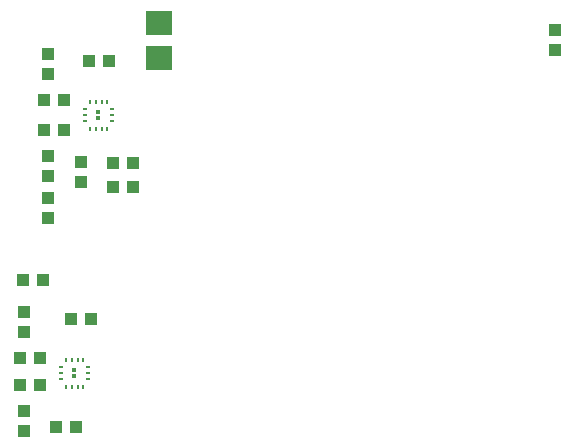
<source format=gtp>
G75*
G70*
%OFA0B0*%
%FSLAX24Y24*%
%IPPOS*%
%LPD*%
%AMOC8*
5,1,8,0,0,1.08239X$1,22.5*
%
%ADD10R,0.0866X0.0787*%
%ADD11R,0.0157X0.0100*%
%ADD12R,0.0100X0.0157*%
%ADD13R,0.0157X0.0119*%
%ADD14R,0.0394X0.0433*%
%ADD15R,0.0433X0.0394*%
D10*
X011282Y016179D03*
X011282Y017360D03*
D11*
X009744Y014467D03*
X009744Y014270D03*
X009744Y014073D03*
X008828Y014073D03*
X008828Y014270D03*
X008828Y014467D03*
X008944Y005867D03*
X008944Y005670D03*
X008944Y005473D03*
X008028Y005473D03*
X008028Y005670D03*
X008028Y005867D03*
D12*
X008186Y006127D03*
X008383Y006127D03*
X008580Y006127D03*
X008777Y006127D03*
X008777Y005216D03*
X008580Y005216D03*
X008383Y005216D03*
X008186Y005216D03*
X008986Y013816D03*
X009183Y013816D03*
X009380Y013816D03*
X009577Y013816D03*
X009577Y014727D03*
X009380Y014727D03*
X009183Y014727D03*
X008986Y014727D03*
D13*
X009271Y014369D03*
X009271Y014172D03*
X008471Y005769D03*
X008471Y005572D03*
D14*
X007316Y005270D03*
X006647Y005270D03*
X006647Y006170D03*
X007316Y006170D03*
X008682Y012035D03*
X008682Y012705D03*
X008116Y013770D03*
X007447Y013770D03*
X007447Y014770D03*
X008116Y014770D03*
X024482Y016435D03*
X024482Y017105D03*
D15*
X006782Y003735D03*
X007847Y003870D03*
X008516Y003870D03*
X006782Y004405D03*
X006782Y007035D03*
X006782Y007705D03*
X008347Y007470D03*
X009016Y007470D03*
X007416Y008770D03*
X006747Y008770D03*
X007582Y010835D03*
X007582Y011505D03*
X007582Y012235D03*
X007582Y012905D03*
X009747Y012670D03*
X010416Y012670D03*
X010416Y011870D03*
X009747Y011870D03*
X007582Y015635D03*
X007582Y016305D03*
X008947Y016070D03*
X009616Y016070D03*
M02*

</source>
